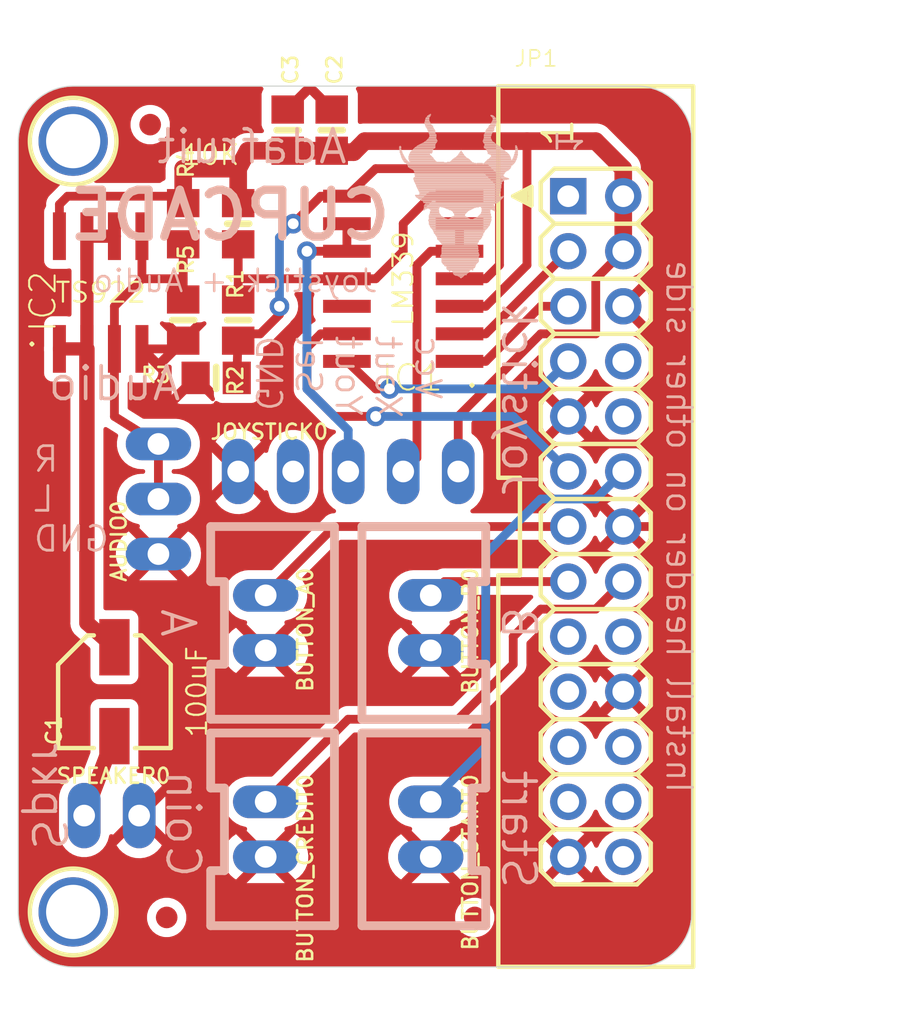
<source format=kicad_pcb>
(kicad_pcb (version 20221018) (generator pcbnew)
  (layers (0 "F.Cu" signal) (31 "B.Cu" signal) (34 "B.Paste" user) (35 "F.Paste" user) (36 "B.SilkS" user "B.Silkscreen") (37 "F.SilkS" user "F.Silkscreen") (38 "B.Mask" user) (39 "F.Mask" user) (44 "Edge.Cuts" user))
  (net 0 "")
  (net 1 "GND")
  (net 2 "2/3")
  (net 3 "1/3")
  (net 4 "+5V")
  (net 5 "1/2")
  (net 6 "N$3")
  (net 7 "N$5")
  (net 8 "LEFT")
  (net 9 "RIGHT")
  (net 10 "DOWN")
  (net 11 "UP")
  (net 12 "A")
  (net 13 "B")
  (net 14 "START")
  (net 15 "CREDIT")
  (net 16 "XOUT")
  (net 17 "YOUT")
  (footprint "working:0805-NO" (layer "F.Cu") (at 143.1036 91.0336 -90)
    (fp_text reference "R1" (at 2.032 0.127 90) (layer "F.SilkS") (effects (font (size 0.692831 0.692831) (thickness 0.119969)) (justify right)))
    (fp_text value "10K")
    (pad "1" smd rect (at -0.95 0 270) (size 1.3 1.5) (layers "F.Cu" "F.Paste" "F.Mask") (net 4 "+5V"))
    (pad "2" smd rect (at 0.95 0 270) (size 1.3 1.5) (layers "F.Cu" "F.Paste" "F.Mask") (net 2 "2/3"))
  )
  (footprint "working:0805-NO" (layer "F.Cu") (at 140.5636 91.0336 90)
    (fp_text reference "R4" (at 2.032 0.127 90) (layer "F.SilkS") (effects (font (size 0.692831 0.692831) (thickness 0.119969)) (justify left)))
    (fp_text value "10K")
    (pad "1" smd rect (at -0.95 0 90) (size 1.3 1.5) (layers "F.Cu" "F.Paste" "F.Mask") (net 5 "1/2"))
    (pad "2" smd rect (at 0.95 0 90) (size 1.3 1.5) (layers "F.Cu" "F.Paste" "F.Mask") (net 4 "+5V"))
  )
  (footprint "working:PANASONIC_C" (layer "F.Cu") (at 137.3886 112.6236 90)
    (fp_text reference "C1" (at -2.54 -2.794 90) (layer "F.SilkS") (effects (font (size 0.692831 0.692831) (thickness 0.119969)) (justify left)))
    (fp_text value "100uF")
    (pad "+" smd rect (at 2.05 0 90) (size 2.6 1.4) (layers "F.Cu" "F.Paste" "F.Mask") (net 7 "N$5"))
    (pad "-" smd rect (at -2.05 0 90) (size 2.6 1.4) (layers "F.Cu" "F.Paste" "F.Mask") (net 6 "N$3"))
  )
  (footprint "working:1X03_OVAL" (layer "F.Cu") (at 139.4206 103.7336 90)
    (fp_text reference "AUDIO0" (at -3.8862 -1.8288 90) (layer "F.SilkS") (effects (font (size 0.692831 0.692831) (thickness 0.119969)) (justify left)))
    (fp_text value "")
    (pad "1" thru_hole oval (at -2.54 0 180) (size 3.016 1.508) (drill 1) (layers "*.Cu" "*.Mask") (net 1 "GND"))
    (pad "2" thru_hole oval (at 0 0 180) (size 3.016 1.508) (drill 1) (layers "*.Cu" "*.Mask") (net 5 "1/2"))
    (pad "3" thru_hole oval (at 2.54 0 180) (size 3.016 1.508) (drill 1) (layers "*.Cu" "*.Mask") (net 5 "1/2"))
  )
  (footprint "working:SO14" (layer "F.Cu") (at 150.7236 93.5736 90)
    (fp_text reference "IC1" (at -4.572 1.905) (layer "F.SilkS") (effects (font (size 1.176528 1.176528) (thickness 0.093472)) (justify right)))
    (fp_text value "LM339D")
    (pad "1" smd rect (at -3.81 2.6 90) (size 0.6 2.2) (layers "F.Cu" "F.Paste" "F.Mask") (net 9 "RIGHT"))
    (pad "2" smd rect (at -2.54 2.6 90) (size 0.6 2.2) (layers "F.Cu" "F.Paste" "F.Mask") (net 8 "LEFT"))
    (pad "3" smd rect (at -1.27 2.6 90) (size 0.6 2.2) (layers "F.Cu" "F.Paste" "F.Mask") (net 4 "+5V"))
    (pad "4" smd rect (at 0 2.6 90) (size 0.6 2.2) (layers "F.Cu" "F.Paste" "F.Mask") (net 3 "1/3"))
    (pad "5" smd rect (at 1.27 2.6 90) (size 0.6 2.2) (layers "F.Cu" "F.Paste" "F.Mask") (net 16 "XOUT"))
    (pad "6" smd rect (at 2.54 2.6 90) (size 0.6 2.2) (layers "F.Cu" "F.Paste" "F.Mask") (net 16 "XOUT"))
    (pad "7" smd rect (at 3.81 2.6 90) (size 0.6 2.2) (layers "F.Cu" "F.Paste" "F.Mask") (net 2 "2/3"))
    (pad "8" smd rect (at 3.81 -2.6 90) (size 0.6 2.2) (layers "F.Cu" "F.Paste" "F.Mask") (net 3 "1/3"))
    (pad "9" smd rect (at 2.54 -2.6 90) (size 0.6 2.2) (layers "F.Cu" "F.Paste" "F.Mask") (net 17 "YOUT"))
    (pad "10" smd rect (at 1.27 -2.6 90) (size 0.6 2.2) (layers "F.Cu" "F.Paste" "F.Mask") (net 17 "YOUT"))
    (pad "11" smd rect (at 0 -2.6 90) (size 0.6 2.2) (layers "F.Cu" "F.Paste" "F.Mask") (net 2 "2/3"))
    (pad "12" smd rect (at -1.27 -2.6 90) (size 0.6 2.2) (layers "F.Cu" "F.Paste" "F.Mask") (net 1 "GND"))
    (pad "13" smd rect (at -2.54 -2.6 90) (size 0.6 2.2) (layers "F.Cu" "F.Paste" "F.Mask") (net 11 "UP"))
    (pad "14" smd rect (at -3.81 -2.6 90) (size 0.6 2.2) (layers "F.Cu" "F.Paste" "F.Mask") (net 10 "DOWN"))
  )
  (footprint "working:MOUNTINGHOLE_2.5_PLATED" (layer "F.Cu") (at 135.4836 122.7836)
    (fp_text reference "U$2" hide)
    (fp_text value "MOUNTINGHOLE2.5" hide)
    (pad "P$1" thru_hole circle (at 0 0) (size 3.2 3.2) (drill 2.5) (layers "*.Cu" "*.Mask"))
    (zone (net 0) (net_name "") (layer "F.Cu") (connect_pads (clearance 0)) (min_thickness 0.25)
      (keepout (tracks not_allowed) (vias not_allowed) (pads not_allowed) (copperpour not_allowed) (footprints allowed))
      (fill (thermal_gap 0.5) (thermal_bridge_width 0.5))
      (polygon (pts (xy 137.4996 122.7836) (xy 137.47998 122.503027) (xy 137.421504 122.227915) (xy 137.325308 121.963619) (xy 137.193265 121.715283) (xy 137.027946 121.48774) (xy 136.832567 121.28542) (xy 136.610933 121.11226) (xy 136.367356 120.971631) (xy 136.106578 120.86627) (xy 135.833675 120.798228) (xy 135.553957 120.768828) (xy 135.272871 120.778644) (xy 134.995885 120.827484) (xy 134.728393 120.914397) (xy 134.4756 121.037693) (xy 134.242426 121.19497) (xy 134.033411 121.383169) (xy 133.852622 121.598625) (xy 133.703578 121.837145) (xy 133.58918 122.094087) (xy 133.511654 122.36445) (xy 133.472511 122.642971) (xy 133.472511 122.924229) (xy 133.511654 123.20275) (xy 133.58918 123.473113) (xy 133.703578 123.730055) (xy 133.852622 123.968575) (xy 134.033411 124.184031) (xy 134.242426 124.37223) (xy 134.4756 124.529507) (xy 134.728393 124.652803) (xy 134.995885 124.739716) (xy 135.272871 124.788556) (xy 135.553957 124.798372) (xy 135.833675 124.768972) (xy 136.106578 124.70093) (xy 136.367356 124.595569) (xy 136.610933 124.45494) (xy 136.832567 124.28178) (xy 137.027946 124.07946) (xy 137.193265 123.851917) (xy 137.325308 123.603581) (xy 137.421504 123.339285) (xy 137.47998 123.064173)))
      (polygon (pts (xy 135.4676 122.7836) (xy 135.472286 122.794914) (xy 135.4836 122.7996) (xy 135.494914 122.794914) (xy 135.4996 122.7836) (xy 135.494914 122.772286) (xy 135.4836 122.7676) (xy 135.472286 122.772286)))
    )
  )
  (footprint "working:SO08" (layer "F.Cu") (at 136.7536 94.2086)
    (fp_text reference "IC2" (at -2.667 1.905 90) (layer "F.SilkS") (effects (font (size 1.176528 1.176528) (thickness 0.093472)) (justify left)))
    (fp_text value "TS922")
    (pad "1" smd rect (at -1.905 2.6) (size 0.6 2.2) (layers "F.Cu" "F.Paste" "F.Mask") (net 7 "N$5"))
    (pad "2" smd rect (at -0.635 2.6) (size 0.6 2.2) (layers "F.Cu" "F.Paste" "F.Mask") (net 7 "N$5"))
    (pad "3" smd rect (at 0.635 2.6) (size 0.6 2.2) (layers "F.Cu" "F.Paste" "F.Mask") (net 5 "1/2"))
    (pad "4" smd rect (at 1.905 2.6) (size 0.6 2.2) (layers "F.Cu" "F.Paste" "F.Mask") (net 1 "GND"))
    (pad "5" smd rect (at 1.905 -2.6) (size 0.6 2.2) (layers "F.Cu" "F.Paste" "F.Mask") (net 5 "1/2"))
    (pad "6" smd rect (at 0.635 -2.6) (size 0.6 2.2) (layers "F.Cu" "F.Paste" "F.Mask") (net 7 "N$5"))
    (pad "7" smd rect (at -0.635 -2.6) (size 0.6 2.2) (layers "F.Cu" "F.Paste" "F.Mask") (net 7 "N$5"))
    (pad "8" smd rect (at -1.905 -2.6) (size 0.6 2.2) (layers "F.Cu" "F.Paste" "F.Mask") (net 4 "+5V"))
  )
  (footprint "working:1X02_OVAL" (layer "F.Cu") (at 144.3736 118.9736 -90)
    (fp_text reference "BUTTON_CREDIT0" (at -2.6162 -1.8288 90) (layer "F.SilkS") (effects (font (size 0.692831 0.692831) (thickness 0.119969)) (justify right)))
    (fp_text value "")
    (pad "1" thru_hole oval (at -1.27 0) (size 3.016 1.508) (drill 1) (layers "*.Cu" "*.Mask") (net 15 "CREDIT"))
    (pad "2" thru_hole oval (at 1.27 0) (size 3.016 1.508) (drill 1) (layers "*.Cu" "*.Mask") (net 1 "GND"))
  )
  (footprint "working:1X02_OVAL" (layer "F.Cu") (at 151.9936 118.9736 -90)
    (fp_text reference "BUTTON_START0" (at -2.6162 -1.8288 90) (layer "F.SilkS") (effects (font (size 0.692831 0.692831) (thickness 0.119969)) (justify right)))
    (fp_text value "")
    (pad "1" thru_hole oval (at -1.27 0) (size 3.016 1.508) (drill 1) (layers "*.Cu" "*.Mask") (net 14 "START"))
    (pad "2" thru_hole oval (at 1.27 0) (size 3.016 1.508) (drill 1) (layers "*.Cu" "*.Mask") (net 1 "GND"))
  )
  (footprint "working:1X02_OVAL" (layer "F.Cu") (at 151.9936 109.4486 -90)
    (fp_text reference "BUTTON_B0" (at -2.6162 -1.8288 90) (layer "F.SilkS") (effects (font (size 0.692831 0.692831) (thickness 0.119969)) (justify right)))
    (fp_text value "")
    (pad "1" thru_hole oval (at -1.27 0) (size 3.016 1.508) (drill 1) (layers "*.Cu" "*.Mask") (net 13 "B"))
    (pad "2" thru_hole oval (at 1.27 0) (size 3.016 1.508) (drill 1) (layers "*.Cu" "*.Mask") (net 1 "GND"))
  )
  (footprint "working:MOUNTINGHOLE_2.5_PLATED" (layer "F.Cu") (at 135.4836 87.2236)
    (fp_text reference "U$3" hide)
    (fp_text value "MOUNTINGHOLE2.5" hide)
    (pad "P$1" thru_hole circle (at 0 0) (size 3.2 3.2) (drill 2.5) (layers "*.Cu" "*.Mask"))
    (zone (net 0) (net_name "") (layer "F.Cu") (connect_pads (clearance 0)) (min_thickness 0.25)
      (keepout (tracks not_allowed) (vias not_allowed) (pads not_allowed) (copperpour not_allowed) (footprints allowed))
      (fill (thermal_gap 0.5) (thermal_bridge_width 0.5))
      (polygon (pts (xy 137.4996 87.2236) (xy 137.47998 86.943027) (xy 137.421504 86.667915) (xy 137.325308 86.403619) (xy 137.193265 86.155283) (xy 137.027946 85.92774) (xy 136.832567 85.72542) (xy 136.610933 85.55226) (xy 136.367356 85.411631) (xy 136.106578 85.30627) (xy 135.833675 85.238228) (xy 135.553957 85.208828) (xy 135.272871 85.218644) (xy 134.995885 85.267484) (xy 134.728393 85.354397) (xy 134.4756 85.477693) (xy 134.242426 85.63497) (xy 134.033411 85.823169) (xy 133.852622 86.038625) (xy 133.703578 86.277145) (xy 133.58918 86.534087) (xy 133.511654 86.80445) (xy 133.472511 87.082971) (xy 133.472511 87.364229) (xy 133.511654 87.64275) (xy 133.58918 87.913113) (xy 133.703578 88.170055) (xy 133.852622 88.408575) (xy 134.033411 88.624031) (xy 134.242426 88.81223) (xy 134.4756 88.969507) (xy 134.728393 89.092803) (xy 134.995885 89.179716) (xy 135.272871 89.228556) (xy 135.553957 89.238372) (xy 135.833675 89.208972) (xy 136.106578 89.14093) (xy 136.367356 89.035569) (xy 136.610933 88.89494) (xy 136.832567 88.72178) (xy 137.027946 88.51946) (xy 137.193265 88.291917) (xy 137.325308 88.043581) (xy 137.421504 87.779285) (xy 137.47998 87.504173)))
      (polygon (pts (xy 135.4676 87.2236) (xy 135.472286 87.234914) (xy 135.4836 87.2396) (xy 135.494914 87.234914) (xy 135.4996 87.2236) (xy 135.494914 87.212286) (xy 135.4836 87.2076) (xy 135.472286 87.212286)))
    )
  )
  (footprint "working:FIDUCIAL_1MM" (layer "F.Cu") (at 139.8016 123.0376)
    (fp_text reference "FID1" hide)
    (fp_text value "FIDUCIAL\"\"" hide)
    (pad "1" smd roundrect (at 0 0) (size 1 1) (layers "F.Cu" "F.Mask") (roundrect_rratio 0.5))
  )
  (footprint "working:FIDUCIAL_1MM" (layer "F.Cu") (at 154.0256 123.0376)
    (fp_text reference "FID2" hide)
    (fp_text value "FIDUCIAL\"\"" hide)
    (pad "1" smd roundrect (at 0 0) (size 1 1) (layers "F.Cu" "F.Mask") (roundrect_rratio 0.5))
  )
  (footprint "working:0805-NO" (layer "F.Cu") (at 140.5636 95.4786 90)
    (fp_text reference "R5" (at 2.032 0.127 90) (layer "F.SilkS") (effects (font (size 0.692831 0.692831) (thickness 0.119969)) (justify left)))
    (fp_text value "10K")
    (pad "1" smd rect (at -0.95 0 90) (size 1.3 1.5) (layers "F.Cu" "F.Paste" "F.Mask") (net 1 "GND"))
    (pad "2" smd rect (at 0.95 0 90) (size 1.3 1.5) (layers "F.Cu" "F.Paste" "F.Mask") (net 5 "1/2"))
  )
  (footprint "working:FIDUCIAL_1MM" (layer "F.Cu") (at 139.0396 86.4616)
    (fp_text reference "FID3" hide)
    (fp_text value "FIDUCIAL\"\"" hide)
    (pad "1" smd roundrect (at 0 0) (size 1 1) (layers "F.Cu" "F.Mask") (roundrect_rratio 0.5))
  )
  (footprint "working:0805-NO" (layer "F.Cu") (at 147.4216 86.7156 90)
    (fp_text reference "C2" (at 2.032 0.127 90) (layer "F.SilkS") (effects (font (size 0.692831 0.692831) (thickness 0.119969)) (justify left)))
    (fp_text value "10uF")
    (pad "1" smd rect (at -0.95 0 90) (size 1.3 1.5) (layers "F.Cu" "F.Paste" "F.Mask") (net 4 "+5V"))
    (pad "2" smd rect (at 0.95 0 90) (size 1.3 1.5) (layers "F.Cu" "F.Paste" "F.Mask") (net 1 "GND"))
  )
  (footprint "working:0805-NO" (layer "F.Cu") (at 143.1036 95.4786 -90)
    (fp_text reference "R2" (at 2.032 0.127 90) (layer "F.SilkS") (effects (font (size 0.692831 0.692831) (thickness 0.119969)) (justify right)))
    (fp_text value "10K")
    (pad "1" smd rect (at -0.95 0 270) (size 1.3 1.5) (layers "F.Cu" "F.Paste" "F.Mask") (net 2 "2/3"))
    (pad "2" smd rect (at 0.95 0 270) (size 1.3 1.5) (layers "F.Cu" "F.Paste" "F.Mask") (net 3 "1/3"))
  )
  (footprint "working:1X02_OVAL" (layer "F.Cu") (at 144.3736 109.4486 -90)
    (fp_text reference "BUTTON_A0" (at -2.6162 -1.8288 90) (layer "F.SilkS") (effects (font (size 0.692831 0.692831) (thickness 0.119969)) (justify right)))
    (fp_text value "")
    (pad "1" thru_hole oval (at -1.27 0) (size 3.016 1.508) (drill 1) (layers "*.Cu" "*.Mask") (net 12 "A"))
    (pad "2" thru_hole oval (at 1.27 0) (size 3.016 1.508) (drill 1) (layers "*.Cu" "*.Mask") (net 1 "GND"))
  )
  (footprint "working:0805-NO" (layer "F.Cu") (at 142.0876 98.1456 180)
    (fp_text reference "R3" (at 2.032 0.127) (layer "F.SilkS") (effects (font (size 0.692831 0.692831) (thickness 0.119969)) (justify right)))
    (fp_text value "10K")
    (pad "1" smd rect (at -0.95 0 180) (size 1.3 1.5) (layers "F.Cu" "F.Paste" "F.Mask") (net 3 "1/3"))
    (pad "2" smd rect (at 0.95 0 180) (size 1.3 1.5) (layers "F.Cu" "F.Paste" "F.Mask") (net 1 "GND"))
  )
  (footprint "working:RASBERRYPI_IDC" (layer "F.Cu") (at 159.6136 105.0036)
    (fp_text reference "JP1" (at -3.81 -21.59) (layer "F.SilkS") (effects (font (size 0.739648 0.739648) (thickness 0.073152)) (justify left)))
    (fp_text value "")
    (fp_text user "1" (at -2.54 -18.923 90) (layer "F.SilkS") (effects (font (size 1.3716 1.3716) (thickness 0.1524)) (justify right top)))
    (pad "1" thru_hole rect (at -1.27 -15.24 270) (size 1.6764 1.6764) (drill 1) (layers "*.Cu" "*.Mask"))
    (pad "2" thru_hole circle (at 1.27 -15.24 270) (size 1.6764 1.6764) (drill 1) (layers "*.Cu" "*.Mask") (net 4 "+5V"))
    (pad "3" thru_hole circle (at -1.27 -12.7 270) (size 1.6764 1.6764) (drill 1) (layers "*.Cu" "*.Mask") (net 8 "LEFT"))
    (pad "4" thru_hole circle (at 1.27 -12.7 270) (size 1.6764 1.6764) (drill 1) (layers "*.Cu" "*.Mask") (net 4 "+5V"))
    (pad "5" thru_hole circle (at -1.27 -10.16 270) (size 1.6764 1.6764) (drill 1) (layers "*.Cu" "*.Mask") (net 9 "RIGHT"))
    (pad "6" thru_hole circle (at 1.27 -10.16 270) (size 1.6764 1.6764) (drill 1) (layers "*.Cu" "*.Mask") (net 1 "GND"))
    (pad "7" thru_hole circle (at -1.27 -7.62 270) (size 1.6764 1.6764) (drill 1) (layers "*.Cu" "*.Mask") (net 10 "DOWN"))
    (pad "8" thru_hole circle (at 1.27 -7.62 270) (size 1.6764 1.6764) (drill 1) (layers "*.Cu" "*.Mask"))
    (pad "9" thru_hole circle (at -1.27 -5.08 270) (size 1.6764 1.6764) (drill 1) (layers "*.Cu" "*.Mask") (net 1 "GND"))
    (pad "10" thru_hole circle (at 1.27 -5.08 270) (size 1.6764 1.6764) (drill 1) (layers "*.Cu" "*.Mask"))
    (pad "11" thru_hole circle (at -1.27 -2.54 270) (size 1.6764 1.6764) (drill 1) (layers "*.Cu" "*.Mask") (net 11 "UP"))
    (pad "12" thru_hole circle (at 1.27 -2.54 270) (size 1.6764 1.6764) (drill 1) (layers "*.Cu" "*.Mask") (net 14 "START"))
    (pad "13" thru_hole circle (at -1.27 0 270) (size 1.6764 1.6764) (drill 1) (layers "*.Cu" "*.Mask") (net 12 "A"))
    (pad "14" thru_hole circle (at 1.27 0 270) (size 1.6764 1.6764) (drill 1) (layers "*.Cu" "*.Mask") (net 1 "GND"))
    (pad "15" thru_hole circle (at -1.27 2.54 270) (size 1.6764 1.6764) (drill 1) (layers "*.Cu" "*.Mask") (net 13 "B"))
    (pad "16" thru_hole circle (at 1.27 2.54 270) (size 1.6764 1.6764) (drill 1) (layers "*.Cu" "*.Mask") (net 15 "CREDIT"))
    (pad "17" thru_hole circle (at -1.27 5.08 270) (size 1.6764 1.6764) (drill 1) (layers "*.Cu" "*.Mask"))
    (pad "18" thru_hole circle (at 1.27 5.08 270) (size 1.6764 1.6764) (drill 1) (layers "*.Cu" "*.Mask"))
    (pad "19" thru_hole circle (at -1.27 7.62 270) (size 1.6764 1.6764) (drill 1) (layers "*.Cu" "*.Mask"))
    (pad "20" thru_hole circle (at 1.27 7.62 270) (size 1.6764 1.6764) (drill 1) (layers "*.Cu" "*.Mask") (net 1 "GND"))
    (pad "21" thru_hole circle (at -1.27 10.16 270) (size 1.6764 1.6764) (drill 1) (layers "*.Cu" "*.Mask"))
    (pad "22" thru_hole circle (at 1.27 10.16 270) (size 1.6764 1.6764) (drill 1) (layers "*.Cu" "*.Mask"))
    (pad "23" thru_hole circle (at -1.27 12.7 270) (size 1.6764 1.6764) (drill 1) (layers "*.Cu" "*.Mask"))
    (pad "24" thru_hole circle (at 1.27 12.7 270) (size 1.6764 1.6764) (drill 1) (layers "*.Cu" "*.Mask"))
    (pad "25" thru_hole circle (at -1.27 15.24 270) (size 1.6764 1.6764) (drill 1) (layers "*.Cu" "*.Mask") (net 1 "GND"))
    (pad "26" thru_hole circle (at 1.27 15.24 270) (size 1.6764 1.6764) (drill 1) (layers "*.Cu" "*.Mask"))
  )
  (footprint "working:1X02_OVAL" (layer "F.Cu") (at 137.2616 118.3386)
    (fp_text reference "SPEAKER0" (at -2.6162 -1.8288) (layer "F.SilkS") (effects (font (size 0.692831 0.692831) (thickness 0.119969)) (justify left)))
    (fp_text value "8Ohm")
    (pad "1" thru_hole oval (at -1.27 0 90) (size 3.016 1.508) (drill 1) (layers "*.Cu" "*.Mask") (net 6 "N$3"))
    (pad "2" thru_hole oval (at 1.27 0 90) (size 3.016 1.508) (drill 1) (layers "*.Cu" "*.Mask") (net 1 "GND"))
  )
  (footprint "working:0805-NO" (layer "F.Cu") (at 145.3896 86.7156 90)
    (fp_text reference "C3" (at 2.032 0.127 90) (layer "F.SilkS") (effects (font (size 0.692831 0.692831) (thickness 0.119969)) (justify left)))
    (fp_text value "0.1uF")
    (pad "1" smd rect (at -0.95 0 90) (size 1.3 1.5) (layers "F.Cu" "F.Paste" "F.Mask") (net 4 "+5V"))
    (pad "2" smd rect (at 0.95 0 90) (size 1.3 1.5) (layers "F.Cu" "F.Paste" "F.Mask") (net 1 "GND"))
  )
  (footprint "working:1X05_OVAL" (layer "F.Cu") (at 148.1836 102.4636)
    (fp_text reference "JOYSTICK0" (at -6.4262 -1.8288) (layer "F.SilkS") (effects (font (size 0.692831 0.692831) (thickness 0.119969)) (justify left)))
    (fp_text value "")
    (pad "1" thru_hole oval (at -5.08 0 90) (size 3.016 1.508) (drill 1) (layers "*.Cu" "*.Mask") (net 1 "GND"))
    (pad "2" thru_hole oval (at -2.54 0 90) (size 3.016 1.508) (drill 1) (layers "*.Cu" "*.Mask"))
    (pad "3" thru_hole oval (at 0 0 90) (size 3.016 1.508) (drill 1) (layers "*.Cu" "*.Mask") (net 17 "YOUT"))
    (pad "4" thru_hole oval (at 2.54 0 90) (size 3.016 1.508) (drill 1) (layers "*.Cu" "*.Mask") (net 16 "XOUT"))
    (pad "5" thru_hole oval (at 5.08 0 90) (size 3.016 1.508) (drill 1) (layers "*.Cu" "*.Mask") (net 4 "+5V"))
  )
  (footprint "working:DRAGON_300MIL" (layer "B.Cu") (at 156.0576 93.5736 180)
    (fp_text reference "U$1" hide)
    (fp_text value "" hide)
  )
  (gr_line (start 148.8186 113.8936) (end 148.8186 105.0036) (stroke (width 0.4064)) (layer "B.SilkS"))
  (gr_line (start 141.8336 123.4186) (end 141.8336 120.8786) (stroke (width 0.4064)) (layer "B.SilkS"))
  (gr_line (start 142.4686 107.5436) (end 141.8336 107.5436) (stroke (width 0.4064)) (layer "B.SilkS"))
  (gr_line (start 141.8336 107.5436) (end 141.8336 105.0036) (stroke (width 0.4064)) (layer "B.SilkS"))
  (gr_line (start 141.8336 117.0686) (end 141.8336 114.5286) (stroke (width 0.4064)) (layer "B.SilkS"))
  (gr_line (start 148.8186 105.0036) (end 154.5336 105.0036) (stroke (width 0.4064)) (layer "B.SilkS"))
  (gr_line (start 153.8986 107.5436) (end 153.8986 111.3536) (stroke (width 0.4064)) (layer "B.SilkS"))
  (gr_line (start 153.8986 111.3536) (end 154.5336 111.3536) (stroke (width 0.4064)) (layer "B.SilkS"))
  (gr_line (start 154.5336 117.0686) (end 153.8986 117.0686) (stroke (width 0.4064)) (layer "B.SilkS"))
  (gr_line (start 154.5336 123.4186) (end 148.8186 123.4186) (stroke (width 0.4064)) (layer "B.SilkS"))
  (gr_line (start 154.5336 113.8936) (end 148.8186 113.8936) (stroke (width 0.4064)) (layer "B.SilkS"))
  (gr_line (start 154.5336 120.8786) (end 154.5336 123.4186) (stroke (width 0.4064)) (layer "B.SilkS"))
  (gr_line (start 141.8336 105.0036) (end 147.5486 105.0036) (stroke (width 0.4064)) (layer "B.SilkS"))
  (gr_line (start 154.5336 105.0036) (end 154.5336 107.5436) (stroke (width 0.4064)) (layer "B.SilkS"))
  (gr_line (start 148.8186 114.5286) (end 154.5336 114.5286) (stroke (width 0.4064)) (layer "B.SilkS"))
  (gr_line (start 141.8336 120.8786) (end 142.4686 120.8786) (stroke (width 0.4064)) (layer "B.SilkS"))
  (gr_line (start 148.8186 123.4186) (end 148.8186 114.5286) (stroke (width 0.4064)) (layer "B.SilkS"))
  (gr_line (start 147.5486 113.8936) (end 141.8336 113.8936) (stroke (width 0.4064)) (layer "B.SilkS"))
  (gr_line (start 141.8336 113.8936) (end 141.8336 111.3536) (stroke (width 0.4064)) (layer "B.SilkS"))
  (gr_line (start 153.8986 117.0686) (end 153.8986 120.8786) (stroke (width 0.4064)) (layer "B.SilkS"))
  (gr_line (start 147.5486 114.5286) (end 147.5486 123.4186) (stroke (width 0.4064)) (layer "B.SilkS"))
  (gr_line (start 154.5336 111.3536) (end 154.5336 113.8936) (stroke (width 0.4064)) (layer "B.SilkS"))
  (gr_line (start 153.8986 120.8786) (end 154.5336 120.8786) (stroke (width 0.4064)) (layer "B.SilkS"))
  (gr_line (start 147.5486 105.0036) (end 147.5486 113.8936) (stroke (width 0.4064)) (layer "B.SilkS"))
  (gr_line (start 142.4686 120.8786) (end 142.4686 117.0686) (stroke (width 0.4064)) (layer "B.SilkS"))
  (gr_line (start 142.4686 117.0686) (end 141.8336 117.0686) (stroke (width 0.4064)) (layer "B.SilkS"))
  (gr_line (start 147.5486 123.4186) (end 141.8336 123.4186) (stroke (width 0.4064)) (layer "B.SilkS"))
  (gr_line (start 154.5336 107.5436) (end 153.8986 107.5436) (stroke (width 0.4064)) (layer "B.SilkS"))
  (gr_line (start 141.8336 111.3536) (end 142.4686 111.3536) (stroke (width 0.4064)) (layer "B.SilkS"))
  (gr_line (start 141.8336 114.5286) (end 147.5486 114.5286) (stroke (width 0.4064)) (layer "B.SilkS"))
  (gr_line (start 142.4686 111.3536) (end 142.4686 107.5436) (stroke (width 0.4064)) (layer "B.SilkS"))
  (gr_line (start 154.5336 114.5286) (end 154.5336 117.0686) (stroke (width 0.4064)) (layer "B.SilkS"))
  (gr_arc (start 164.0586 122.7836) (mid 163.314651 124.579651) (end 161.5186 125.3236) (stroke (width 0.05)) (layer "Edge.Cuts"))
  (gr_line (start 132.9436 122.7836) (end 132.9436 87.2236) (stroke (width 0.05)) (layer "Edge.Cuts"))
  (gr_arc (start 135.4836 125.3236) (mid 133.687549 124.579651) (end 132.9436 122.7836) (stroke (width 0.05)) (layer "Edge.Cuts"))
  (gr_arc (start 132.9436 87.2236) (mid 133.687549 85.427549) (end 135.4836 84.6836) (stroke (width 0.05)) (layer "Edge.Cuts"))
  (gr_line (start 161.5186 125.3236) (end 135.4836 125.3236) (stroke (width 0.05)) (layer "Edge.Cuts"))
  (gr_line (start 135.4836 84.6836) (end 161.5186 84.6836) (stroke (width 0.05)) (layer "Edge.Cuts"))
  (gr_arc (start 161.5186 84.6836) (mid 163.314651 85.427549) (end 164.0586 87.2236) (stroke (width 0.05)) (layer "Edge.Cuts"))
  (gr_line (start 164.0586 87.2236) (end 164.0586 122.7836) (stroke (width 0.05)) (layer "Edge.Cuts"))
  (gr_text "Coin" (at 139.6746 118.7196 -90) (layer "B.SilkS") (effects (font (size 1.50876 1.50876) (thickness 0.16764)) (justify bottom mirror)))
  (gr_text "Install header on other side" (at 162.7886 105.0036 -90) (layer "B.SilkS") (effects (font (size 1.143 1.143) (thickness 0.127)) (justify bottom mirror)))
  (gr_text "Joystick + Audio" (at 142.9766 93.0656) (layer "B.SilkS") (effects (font (size 1.0287 1.0287) (thickness 0.1143)) (justify top mirror)))
  (gr_text "R\nL\nGND" (at 133.5786 103.7336) (layer "B.SilkS") (effects (font (size 1.143 1.143) (thickness 0.127)) (justify right mirror)))
  (gr_text "CUPCADE" (at 142.7226 89.3826) (layer "B.SilkS") (effects (font (size 2.159 2.159) (thickness 0.381)) (justify top mirror)))
  (gr_text "1" (at 158.3436 87.8586 -90) (layer "B.SilkS") (effects (font (size 1.143 1.143) (thickness 0.127)) (justify left mirror)))
  (gr_text "Joystick" (at 155.1686 103.7336 -90) (layer "B.SilkS") (effects (font (size 1.50876 1.50876) (thickness 0.16764)) (justify left bottom mirror)))
  (gr_text "Audio" (at 137.3886 99.2886) (layer "B.SilkS") (effects (font (size 1.50876 1.50876) (thickness 0.16764)) (justify bottom mirror)))
  (gr_text "Vcc\nXout\nYout\nSel\nGND" (at 148.1836 96.1136 -90) (layer "B.SilkS") (effects (font (size 1.143 1.143) (thickness 0.127)) (justify right mirror)))
  (gr_text "B" (at 155.1686 109.4486 -90) (layer "B.SilkS") (effects (font (size 1.50876 1.50876) (thickness 0.16764)) (justify bottom mirror)))
  (gr_text "Adafruit" (at 143.7386 86.5886) (layer "B.SilkS") (effects (font (size 1.50876 1.50876) (thickness 0.16764)) (justify top mirror)))
  (gr_text "Spkr" (at 135.2296 117.4496 -90) (layer "B.SilkS") (effects (font (size 1.50876 1.50876) (thickness 0.16764)) (justify top mirror)))
  (gr_text "Start" (at 155.1686 118.9736 -90) (layer "B.SilkS") (effects (font (size 1.50876 1.50876) (thickness 0.16764)) (justify bottom mirror)))
  (gr_text "A" (at 141.1986 109.4486 -90) (layer "B.SilkS") (effects (font (size 1.50876 1.50876) (thickness 0.16764)) (justify top mirror)))
  (gr_text "10K" (at 141.8336 87.8586) (layer "F.SilkS") (effects (font (size 0.9144 0.9144) (thickness 0.1016))))
  (gr_text "." (at 133.5786 96.1136) (layer "F.SilkS") (effects (font (size 1.143 1.143) (thickness 0.127)) (justify mirror)))
  (gr_text "100uF" (at 141.1986 112.6236 90) (layer "F.SilkS") (effects (font (size 0.9144 0.9144) (thickness 0.1016))))
  (gr_text "LM339" (at 150.7236 93.5736 90) (layer "F.SilkS") (effects (font (size 0.9144 0.9144) (thickness 0.1016))))
  (gr_text "." (at 153.8986 98.0186) (layer "F.SilkS") (effects (font (size 1.143 1.143) (thickness 0.127)) (justify mirror)))
  (gr_text "TS922" (at 136.7536 94.2086) (layer "F.SilkS") (effects (font (size 0.9144 0.9144) (thickness 0.1016))))
  (segment (start 159.6136 101.1936) (end 162.7886 101.1936) (width 0.4064) (layer "F.Cu") (net 1))
  (segment (start 162.7886 101.1936) (end 162.7886 105.0036) (width 0.4064) (layer "F.Cu") (net 1))
  (segment (start 140.5636 96.8086) (end 140.5636 96.4286) (width 0.4064) (layer "F.Cu") (net 1))
  (segment (start 158.3436 99.9236) (end 159.6136 101.1936) (width 0.4064) (layer "F.Cu") (net 1))
  (segment (start 138.6586 96.8086) (end 140.5636 96.8086) (width 0.4064) (layer "F.Cu") (net 1))
  (segment (start 162.7886 105.0036) (end 160.8836 105.0036) (width 0.4064) (layer "F.Cu") (net 1))
  (segment (start 148.1236 93.5736) (end 149.4536 93.5736) (width 0.4064) (layer "F.Cu") (net 2))
  (segment (start 148.1236 93.5736) (end 143.1036 93.5736) (width 0.4064) (layer "F.Cu") (net 2))
  (segment (start 150.7236 92.3036) (end 150.7236 91.0336) (width 0.4064) (layer "F.Cu") (net 2))
  (segment (start 143.1036 93.5736) (end 143.1036 94.5286) (width 0.4064) (layer "F.Cu") (net 2))
  (segment (start 150.7236 91.0336) (end 151.9936 89.7636) (width 0.4064) (layer "F.Cu") (net 2))
  (segment (start 149.4536 93.5736) (end 150.7236 92.3036) (width 0.4064) (layer "F.Cu") (net 2))
  (segment (start 151.9936 89.7636) (end 153.3236 89.7636) (width 0.4064) (layer "F.Cu") (net 2))
  (segment (start 143.1036 91.9836) (end 143.1036 93.5736) (width 0.4064) (layer "F.Cu") (net 2))
  (segment (start 145.0086 94.8436) (end 145.0086 95.2246) (width 0.4064) (layer "F.Cu") (net 3))
  (segment (start 149.4536 88.4936) (end 154.5336 88.4936) (width 0.4064) (layer "F.Cu") (net 3))
  (segment (start 155.1686 92.9386) (end 154.5336 93.5736) (width 0.4064) (layer "F.Cu") (net 3))
  (segment (start 144.1196 96.1136) (end 143.1036 96.1136) (width 0.4064) (layer "F.Cu") (net 3))
  (segment (start 148.1236 89.7636) (end 146.9136 89.7636) (width 0.4064) (layer "F.Cu") (net 3))
  (segment (start 154.5336 93.5736) (end 153.3236 93.5736) (width 0.4064) (layer "F.Cu") (net 3))
  (segment (start 154.5336 88.4936) (end 155.1686 89.1286) (width 0.4064) (layer "F.Cu") (net 3))
  (segment (start 146.9136 89.7636) (end 145.6436 91.0336) (width 0.4064) (layer "F.Cu") (net 3))
  (segment (start 148.1236 89.7636) (end 149.4536 88.4936) (width 0.4064) (layer "F.Cu") (net 3))
  (segment (start 155.1686 89.1286) (end 155.1686 92.9386) (width 0.4064) (layer "F.Cu") (net 3))
  (segment (start 143.1036 96.1136) (end 143.1036 96.4286) (width 0.4064) (layer "F.Cu") (net 3))
  (segment (start 143.0376 98.1456) (end 143.1036 96.1136) (width 0.4064) (layer "F.Cu") (net 3))
  (segment (start 145.0086 95.2246) (end 144.1196 96.1136) (width 0.4064) (layer "F.Cu") (net 3))
  (via (at 145.6436 91.0336) (size 0.9064) (drill 0.5) (layers "F.Cu" "B.Cu") (net 3))
  (via (at 145.0086 94.8436) (size 0.9064) (drill 0.5) (layers "F.Cu" "B.Cu") (net 3))
  (segment (start 145.6436 91.0336) (end 145.0086 91.6686) (width 0.4064) (layer "B.Cu") (net 3))
  (segment (start 145.0086 91.6686) (end 145.0086 94.8436) (width 0.4064) (layer "B.Cu") (net 3))
  (segment (start 159.6136 96.1136) (end 159.6136 93.5736) (width 0.4064) (layer "F.Cu") (net 4))
  (segment (start 135.2296 89.7636) (end 140.2436 89.7636) (width 0.4064) (layer "F.Cu") (net 4))
  (segment (start 153.2636 99.9236) (end 157.0736 96.1136) (width 0.4064) (layer "F.Cu") (net 4))
  (segment (start 140.2436 89.7636) (end 140.5636 90.0836) (width 0.4064) (layer "F.Cu") (net 4))
  (segment (start 143.5456 87.6656) (end 143.1036 88.4936) (width 0.8128) (layer "F.Cu") (net 4))
  (segment (start 148.9456 87.2236) (end 148.4376 87.7316) (width 0.8128) (layer "F.Cu") (net 4))
  (segment (start 140.5636 90.0836) (end 140.5636 88.4936) (width 0.8128) (layer "F.Cu") (net 4))
  (segment (start 156.4386 92.9386) (end 156.4386 87.2236) (width 0.4064) (layer "F.Cu") (net 4))
  (segment (start 145.3896 87.6656) (end 143.5456 87.6656) (width 0.8128) (layer "F.Cu") (net 4))
  (segment (start 159.6136 93.5736) (end 160.8836 92.3036) (width 0.4064) (layer "F.Cu") (net 4))
  (segment (start 134.8486 90.1446) (end 135.2296 89.7636) (width 0.4064) (layer "F.Cu") (net 4))
  (segment (start 143.1036 90.0836) (end 143.1036 88.4936) (width 0.8128) (layer "F.Cu") (net 4))
  (segment (start 160.8836 89.7636) (end 160.8836 88.4936) (width 0.8128) (layer "F.Cu") (net 4))
  (segment (start 134.8486 91.6086) (end 134.8486 90.1446) (width 0.4064) (layer "F.Cu") (net 4))
  (segment (start 153.2636 102.4636) (end 153.2636 99.9236) (width 0.4064) (layer "F.Cu") (net 4))
  (segment (start 143.1036 88.4936) (end 140.5636 88.4936) (width 0.8128) (layer "F.Cu") (net 4))
  (segment (start 148.4376 87.7316) (end 147.4876 87.7316) (width 0.8128) (layer "F.Cu") (net 4))
  (segment (start 156.4386 87.2236) (end 148.9456 87.2236) (width 0.8128) (layer "F.Cu") (net 4))
  (segment (start 159.6136 87.2236) (end 156.4386 87.2236) (width 0.8128) (layer "F.Cu") (net 4))
  (segment (start 154.5336 94.8436) (end 156.4386 92.9386) (width 0.4064) (layer "F.Cu") (net 4))
  (segment (start 160.8836 92.3036) (end 160.8836 89.7636) (width 0.8128) (layer "F.Cu") (net 4))
  (segment (start 157.0736 96.1136) (end 159.6136 96.1136) (width 0.4064) (layer "F.Cu") (net 4))
  (segment (start 147.4876 87.7316) (end 147.4216 87.6656) (width 0.8128) (layer "F.Cu") (net 4))
  (segment (start 160.8836 88.4936) (end 159.6136 87.2236) (width 0.8128) (layer "F.Cu") (net 4))
  (segment (start 153.3236 94.8436) (end 154.5336 94.8436) (width 0.4064) (layer "F.Cu") (net 4))
  (segment (start 147.4216 87.6656) (end 145.3896 87.6656) (width 0.8128) (layer "F.Cu") (net 4))
  (segment (start 140.5636 93.5736) (end 138.6586 93.5736) (width 0.4064) (layer "F.Cu") (net 5))
  (segment (start 139.4206 103.7336) (end 139.4206 101.1936) (width 0.4064) (layer "F.Cu") (net 5))
  (segment (start 139.4206 101.1936) (end 137.3886 99.9236) (width 0.4064) (layer "F.Cu") (net 5))
  (segment (start 138.6586 93.5736) (end 137.3886 94.8436) (width 0.4064) (layer "F.Cu") (net 5))
  (segment (start 140.5636 93.5736) (end 140.5636 94.5286) (width 0.4064) (layer "F.Cu") (net 5))
  (segment (start 137.3886 99.9236) (end 137.3886 96.8086) (width 0.4064) (layer "F.Cu") (net 5))
  (segment (start 140.5636 91.9836) (end 140.5636 93.5736) (width 0.4064) (layer "F.Cu") (net 5))
  (segment (start 138.6586 93.5736) (end 138.6586 91.6086) (width 0.4064) (layer "F.Cu") (net 5))
  (segment (start 137.3886 94.8436) (end 137.3886 96.8086) (width 0.4064) (layer "F.Cu") (net 5))
  (segment (start 137.3886 114.6736) (end 135.9916 118.3386) (width 0.7112) (layer "F.Cu") (net 6))
  (segment (start 136.1186 91.6086) (end 137.3886 91.6086) (width 0.6096) (layer "F.Cu") (net 7))
  (segment (start 136.1186 96.8086) (end 136.1186 91.6086) (width 0.6096) (layer "F.Cu") (net 7))
  (segment (start 134.8486 96.8086) (end 136.1186 96.8086) (width 0.6096) (layer "F.Cu") (net 7))
  (segment (start 136.1186 109.4486) (end 137.3886 110.5736) (width 0.7112) (layer "F.Cu") (net 7))
  (segment (start 136.1186 96.8086) (end 136.1186 109.4486) (width 0.7112) (layer "F.Cu") (net 7))
  (segment (start 153.3236 96.1136) (end 154.5336 96.1136) (width 0.4064) (layer "F.Cu") (net 8))
  (segment (start 154.5336 96.1136) (end 158.3436 92.3036) (width 0.4064) (layer "F.Cu") (net 8))
  (segment (start 153.3236 97.3836) (end 154.5336 97.3836) (width 0.4064) (layer "F.Cu") (net 9))
  (segment (start 157.0736 94.8436) (end 158.3436 94.8436) (width 0.4064) (layer "F.Cu") (net 9))
  (segment (start 154.5336 97.3836) (end 157.0736 94.8436) (width 0.4064) (layer "F.Cu") (net 9))
  (segment (start 149.4536 98.6536) (end 150.0886 98.6536) (width 0.4064) (layer "F.Cu") (net 10))
  (segment (start 148.1236 97.3836) (end 149.4536 98.6536) (width 0.4064) (layer "F.Cu") (net 10))
  (via (at 150.0886 98.6536) (size 0.9064) (drill 0.5) (layers "F.Cu" "B.Cu") (net 10))
  (segment (start 157.0736 98.6536) (end 150.0886 98.6536) (width 0.4064) (layer "B.Cu") (net 10))
  (segment (start 158.3436 97.3836) (end 157.0736 98.6536) (width 0.4064) (layer "B.Cu") (net 10))
  (segment (start 146.2786 98.6536) (end 147.5486 99.9236) (width 0.4064) (layer "F.Cu") (net 11))
  (segment (start 147.5486 99.9236) (end 149.4536 99.9236) (width 0.4064) (layer "F.Cu") (net 11))
  (segment (start 146.2786 96.7486) (end 146.2786 98.6536) (width 0.4064) (layer "F.Cu") (net 11))
  (segment (start 148.1236 96.1136) (end 146.9136 96.1136) (width 0.4064) (layer "F.Cu") (net 11))
  (segment (start 146.9136 96.1136) (end 146.2786 96.7486) (width 0.4064) (layer "F.Cu") (net 11))
  (via (at 149.4536 99.9236) (size 0.9064) (drill 0.5) (layers "F.Cu" "B.Cu") (net 11))
  (segment (start 155.8036 99.9236) (end 158.3436 102.4636) (width 0.4064) (layer "B.Cu") (net 11))
  (segment (start 149.4536 99.9236) (end 155.8036 99.9236) (width 0.4064) (layer "B.Cu") (net 11))
  (segment (start 147.5486 105.0036) (end 158.3436 105.0036) (width 0.4064) (layer "F.Cu") (net 12))
  (segment (start 144.3736 108.1786) (end 147.5486 105.0036) (width 0.4064) (layer "F.Cu") (net 12))
  (segment (start 152.6286 107.5436) (end 158.3436 107.5436) (width 0.4064) (layer "F.Cu") (net 13))
  (segment (start 151.9936 108.1786) (end 152.6286 107.5436) (width 0.4064) (layer "F.Cu") (net 13))
  (segment (start 154.5336 115.1636) (end 151.9936 117.7036) (width 0.4064) (layer "B.Cu") (net 14))
  (segment (start 160.8836 102.4636) (end 159.6136 103.7336) (width 0.4064) (layer "B.Cu") (net 14))
  (segment (start 157.0736 103.7336) (end 154.5336 106.2736) (width 0.4064) (layer "B.Cu") (net 14))
  (segment (start 154.5336 106.2736) (end 154.5336 115.1636) (width 0.4064) (layer "B.Cu") (net 14))
  (segment (start 159.6136 103.7336) (end 157.0736 103.7336) (width 0.4064) (layer "B.Cu") (net 14))
  (segment (start 159.6136 108.8136) (end 157.0736 108.8136) (width 0.4064) (layer "F.Cu") (net 15))
  (segment (start 155.8036 110.0836) (end 155.8036 111.3536) (width 0.4064) (layer "F.Cu") (net 15))
  (segment (start 148.1836 113.8936) (end 144.3736 117.7036) (width 0.4064) (layer "F.Cu") (net 15))
  (segment (start 157.0736 108.8136) (end 155.8036 110.0836) (width 0.4064) (layer "F.Cu") (net 15))
  (segment (start 160.8836 107.5436) (end 159.6136 108.8136) (width 0.4064) (layer "F.Cu") (net 15))
  (segment (start 155.8036 111.3536) (end 153.2636 113.8936) (width 0.4064) (layer "F.Cu") (net 15))
  (segment (start 153.2636 113.8936) (end 148.1836 113.8936) (width 0.4064) (layer "F.Cu") (net 15))
  (segment (start 151.9936 92.3036) (end 151.3586 92.9386) (width 0.4064) (layer "F.Cu") (net 16))
  (segment (start 153.3236 91.0336) (end 153.3236 92.3036) (width 0.4064) (layer "F.Cu") (net 16))
  (segment (start 151.3586 92.9386) (end 151.3586 101.8286) (width 0.4064) (layer "F.Cu") (net 16))
  (segment (start 151.3586 101.8286) (end 150.7236 102.4636) (width 0.4064) (layer "F.Cu") (net 16))
  (segment (start 153.3236 92.3036) (end 151.9936 92.3036) (width 0.4064) (layer "F.Cu") (net 16))
  (segment (start 148.1236 92.3036) (end 146.2786 92.3036) (width 0.4064) (layer "F.Cu") (net 17))
  (segment (start 148.1236 91.0336) (end 148.1236 92.3036) (width 0.4064) (layer "F.Cu") (net 17))
  (via (at 146.2786 92.3036) (size 0.9064) (drill 0.5) (layers "F.Cu" "B.Cu") (net 17))
  (segment (start 148.1836 100.5586) (end 148.1836 102.4636) (width 0.4064) (layer "B.Cu") (net 17))
  (segment (start 146.2786 98.6536) (end 148.1836 100.5586) (width 0.4064) (layer "B.Cu") (net 17))
  (segment (start 146.2786 92.3036) (end 146.2786 98.6536) (width 0.4064) (layer "B.Cu") (net 17))
  (zone (net 1) (net_name "GND") (layer "F.Cu") (priority 6) (connect_pads (clearance 0.4064)) (min_thickness 0.2032) (fill yes (thermal_gap 0.4564) (thermal_bridge_width 0.4564))
    (polygon (pts (xy 164.8968 126.1618) (xy 132.1054 126.1618) (xy 132.1054 83.8454) (xy 164.8968 83.8454)))
  )
)
</source>
